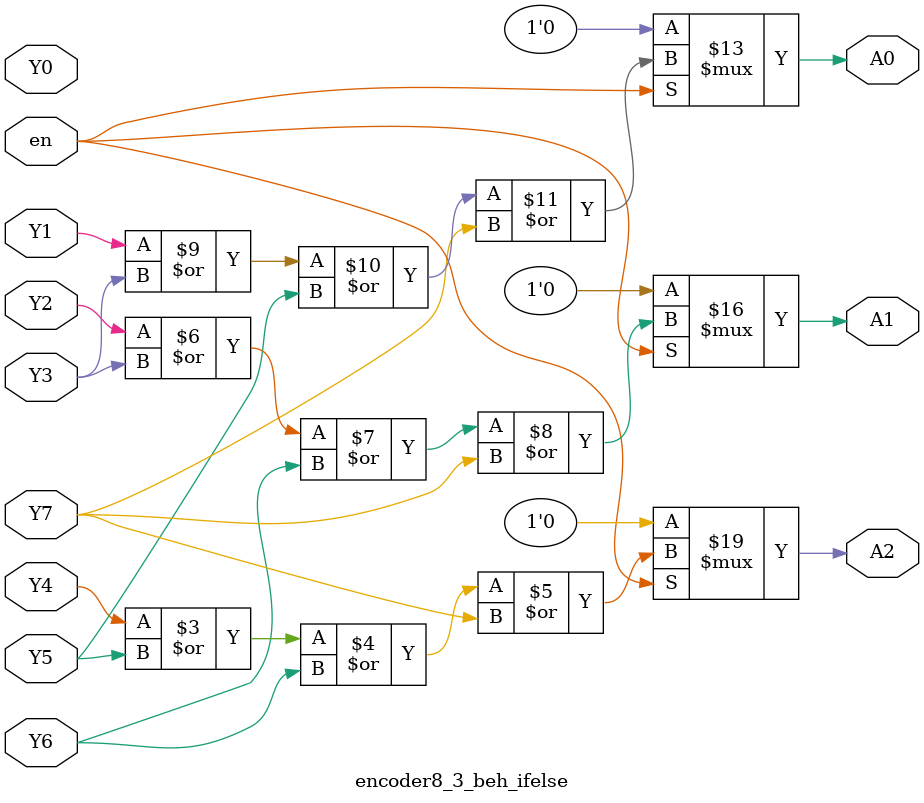
<source format=v>
`timescale 1ns / 1ps


module encoder8_3_beh_ifelse(
    input en,
    input Y7,Y6,Y5,Y4,
    input Y3,Y2,Y1,Y0,
    output reg A2,A1,A0
    );
    
    always @(*) begin 
        if (en == 1) begin
            A2 = (Y4 | Y5 | Y6 | Y7);
            A1 = (Y2 | Y3 | Y6 | Y7);
            A0 = (Y1 | Y3 | Y5 | Y7); 
        end 
        else begin 
        A2 = 0;
        A1 = 0;
        A0 = 0;
        end 
    end 
endmodule

</source>
